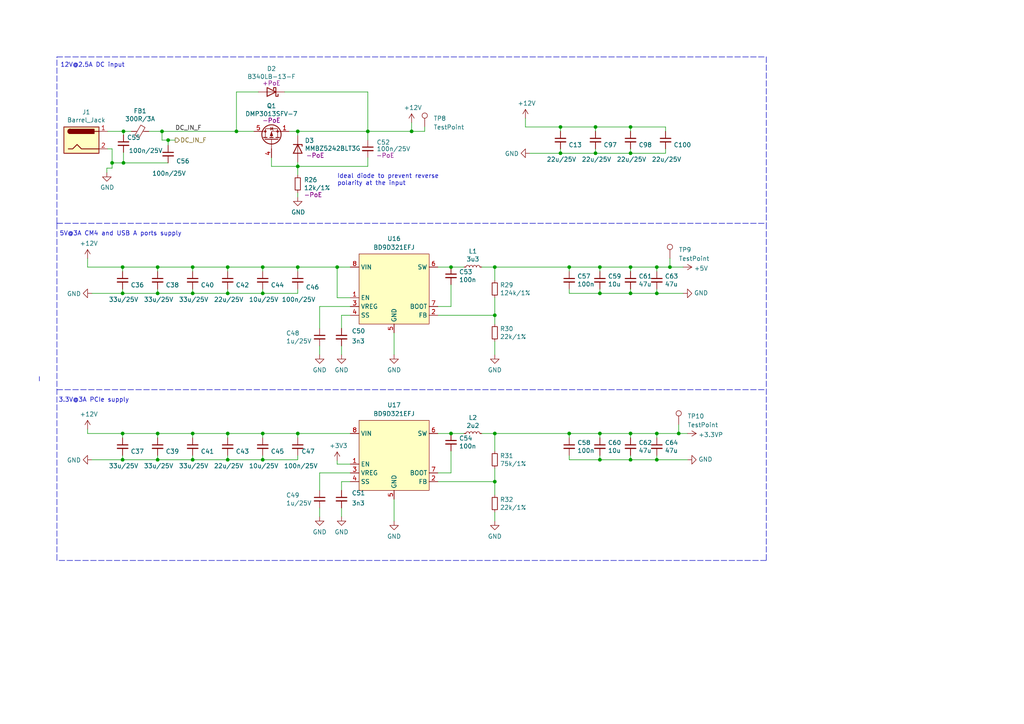
<source format=kicad_sch>
(kicad_sch (version 20211123) (generator eeschema)
  (paper "A4")
  (title_block (title "Power") (date "2022-08-29") (rev "1.3") (company "Nabu Casa") (comment 1 "www.nabucasa.com") (comment 2 "Yellow"))
  (lib_symbols
    (symbol "Connector:Barrel_Jack" (pin_names (offset 1.016))
      (property "Reference" "J" (at 0 5.334 0))
      (property "Value" "Barrel_Jack" (at 0 -5.08 0))
      (symbol "Barrel_Jack_0_1"
        (rectangle (start -5.08 3.81) (end 5.08 -3.81) (stroke (width 0.254)) (fill (type background)))
        (arc (start -3.302 3.175) (mid -3.937 2.54) (end -3.302 1.905) (stroke (width 0.254)))
        (arc (start -3.302 3.175) (mid -3.937 2.54) (end -3.302 1.905) (stroke (width 0.254)) (fill (type outline)))
        (polyline (pts (xy 5.08 2.54) (xy 3.81 2.54)) (stroke (width 0.254)))
        (polyline (pts (xy -3.81 -2.54) (xy -2.54 -2.54) (xy -1.27 -1.27) (xy 0 -2.54) (xy 2.54 -2.54) (xy 5.08 -2.54)) (stroke (width 0.254)))
        (rectangle (start 3.683 3.175) (end -3.302 1.905) (stroke (width 0.254)) (fill (type outline)))
      )
      (symbol "Barrel_Jack_1_1"
        (pin passive line (at 7.62 2.54 180) (length 2.54) (name "~") (number "1"))
        (pin passive line (at 7.62 -2.54 180) (length 2.54) (name "~") (number "2"))
      )
    )
    (symbol "Connector:TestPoint" (pin_numbers hide) (pin_names (offset 0.762) hide)
      (property "Reference" "TP" (at 0 6.858 0))
      (property "Value" "TestPoint" (at 0 5.08 0))
      (symbol "TestPoint_0_1"
        (circle (center 0 3.302) (radius 0.762))
      )
      (symbol "TestPoint_1_1"
        (pin passive line (at 0 0 90) (length 2.54) (name "1") (number "1"))
      )
    )
    (symbol "Device:C_Small" (pin_numbers hide) (pin_names (offset 0.254) hide)
      (property "Reference" "C" (at 0.254 1.778 0))
      (property "Value" "C_Small" (at 0.254 -2.032 0))
      (symbol "C_Small_0_1"
        (polyline (pts (xy -1.524 -0.508) (xy 1.524 -0.508)) (stroke (width 0.3302)))
        (polyline (pts (xy -1.524 0.508) (xy 1.524 0.508)) (stroke (width 0.3048)))
      )
      (symbol "C_Small_1_1"
        (pin passive line (at 0 2.54 270) (length 2.032) (name "~") (number "1"))
        (pin passive line (at 0 -2.54 90) (length 2.032) (name "~") (number "2"))
      )
    )
    (symbol "Device:D_Schottky" (pin_numbers hide) (pin_names (offset 1.016) hide)
      (property "Reference" "D" (at 0 2.54 0))
      (property "Value" "D_Schottky" (at 0 -2.54 0))
      (symbol "D_Schottky_0_1"
        (polyline (pts (xy 1.27 0) (xy -1.27 0)))
        (polyline (pts (xy 1.27 1.27) (xy 1.27 -1.27) (xy -1.27 0) (xy 1.27 1.27)) (stroke (width 0.254)))
        (polyline (pts (xy -1.905 0.635) (xy -1.905 1.27) (xy -1.27 1.27) (xy -1.27 -1.27) (xy -0.635 -1.27) (xy -0.635 -0.635)) (stroke (width 0.254)))
      )
      (symbol "D_Schottky_1_1"
        (pin passive line (at -3.81 0 0) (length 2.54) (name "K") (number "1"))
        (pin passive line (at 3.81 0 180) (length 2.54) (name "A") (number "2"))
      )
    )
    (symbol "Device:Ferrite_Bead_Small" (pin_numbers hide) (pin_names (offset 0))
      (property "Reference" "FB" (at 1.905 1.27 0))
      (property "Value" "Ferrite_Bead_Small" (at 1.905 -1.27 0))
      (symbol "Ferrite_Bead_Small_0_1"
        (polyline (pts (xy 0 -1.27) (xy 0 -0.7874)))
        (polyline (pts (xy 0 0.889) (xy 0 1.2954)))
        (polyline (pts (xy -1.8288 0.2794) (xy -1.1176 1.4986) (xy 1.8288 -0.2032) (xy 1.1176 -1.4224) (xy -1.8288 0.2794)))
      )
      (symbol "Ferrite_Bead_Small_1_1"
        (pin passive line (at 0 2.54 270) (length 1.27) (name "~") (number "1"))
        (pin passive line (at 0 -2.54 90) (length 1.27) (name "~") (number "2"))
      )
    )
    (symbol "Device:L_Small" (pin_numbers hide) (pin_names (offset 0.254) hide)
      (property "Reference" "L" (at 0.762 1.016 0))
      (property "Value" "L_Small" (at 0.762 -1.016 0))
      (symbol "L_Small_0_1"
        (arc (start 0 -2.032) (mid 0.508 -1.524) (end 0 -1.016))
        (arc (start 0 -1.016) (mid 0.508 -0.508) (end 0 0))
        (arc (start 0 0) (mid 0.508 0.508) (end 0 1.016))
        (arc (start 0 1.016) (mid 0.508 1.524) (end 0 2.032))
      )
      (symbol "L_Small_1_1"
        (pin passive line (at 0 2.54 270) (length 0.508) (name "~") (number "1"))
        (pin passive line (at 0 -2.54 90) (length 0.508) (name "~") (number "2"))
      )
    )
    (symbol "Device:R_Small" (pin_numbers hide) (pin_names (offset 0.254) hide)
      (property "Reference" "R" (at 0.762 0.508 0))
      (property "Value" "R_Small" (at 0.762 -1.016 0))
      (symbol "R_Small_0_1"
        (rectangle (start -0.762 1.778) (end 0.762 -1.778) (stroke (width 0.2032)))
      )
      (symbol "R_Small_1_1"
        (pin passive line (at 0 2.54 270) (length 0.762) (name "~") (number "1"))
        (pin passive line (at 0 -2.54 90) (length 0.762) (name "~") (number "2"))
      )
    )
    (symbol "Diode:BZX84Cxx" (pin_numbers hide) (pin_names hide)
      (property "Reference" "D" (at 0 2.54 0))
      (property "Value" "BZX84Cxx" (at 0 -2.54 0))
      (symbol "BZX84Cxx_0_1"
        (polyline (pts (xy 1.27 0) (xy -1.27 0)))
        (polyline (pts (xy -1.27 -1.27) (xy -1.27 1.27) (xy -0.762 1.27)) (stroke (width 0.254)))
        (polyline (pts (xy 1.27 -1.27) (xy 1.27 1.27) (xy -1.27 0) (xy 1.27 -1.27)) (stroke (width 0.254)))
      )
      (symbol "BZX84Cxx_1_1"
        (pin passive line (at -3.81 0 0) (length 2.54) (name "K") (number "1"))
        (pin passive line (at 3.81 0 180) (length 2.54) (name "A") (number "2"))
      )
    )
    (symbol "Transistor_FET:DMP3013SFV" (pin_names hide)
      (property "Reference" "Q" (at 5.08 1.905 0))
      (property "Value" "DMP3013SFV" (at 5.08 0 0))
      (symbol "DMP3013SFV_0_1"
        (polyline (pts (xy 0.254 0) (xy -2.54 0)))
        (polyline (pts (xy 0.254 1.905) (xy 0.254 -1.905)) (stroke (width 0.254)))
        (polyline (pts (xy 0.762 -1.27) (xy 0.762 -2.286)) (stroke (width 0.254)))
        (polyline (pts (xy 0.762 0.508) (xy 0.762 -0.508)) (stroke (width 0.254)))
        (polyline (pts (xy 0.762 2.286) (xy 0.762 1.27)) (stroke (width 0.254)))
        (polyline (pts (xy 2.54 2.54) (xy 2.54 1.778)))
        (polyline (pts (xy 2.54 -2.54) (xy 2.54 0) (xy 0.762 0)))
        (polyline (pts (xy 0.762 1.778) (xy 3.302 1.778) (xy 3.302 -1.778) (xy 0.762 -1.778)))
        (polyline (pts (xy 2.286 0) (xy 1.27 0.381) (xy 1.27 -0.381) (xy 2.286 0)) (fill (type outline)))
        (polyline (pts (xy 2.794 -0.508) (xy 2.921 -0.381) (xy 3.683 -0.381) (xy 3.81 -0.254)))
        (polyline (pts (xy 3.302 -0.381) (xy 2.921 0.254) (xy 3.683 0.254) (xy 3.302 -0.381)))
        (circle (center 1.651 0) (radius 2.794) (stroke (width 0.254)))
        (circle (center 2.54 -1.778) (radius 0.254) (fill (type outline)))
        (circle (center 2.54 1.778) (radius 0.254) (fill (type outline)))
      )
      (symbol "DMP3013SFV_1_1"
        (pin passive line (at 2.54 -5.08 90) (length 2.54) (name "S") (number "1"))
        (pin passive line (at 2.54 -5.08 90) (length 2.54) hide (name "S") (number "2"))
        (pin passive line (at 2.54 -5.08 90) (length 2.54) hide (name "S") (number "3"))
        (pin passive line (at -5.08 0 0) (length 2.54) (name "G") (number "4"))
        (pin passive line (at 2.54 5.08 270) (length 2.54) (name "D") (number "5"))
      )
    )
    (symbol "Yellow:BD9D321EFJ"
      (property "Reference" "U16" (at 0 13.97 0))
      (property "Value" "BD9D321EFJ" (at 0 11.43 0))
      (symbol "BD9D321EFJ_0_1"
        (rectangle (start -10.16 10.16) (end 10.16 -10.16) (stroke (width 0.1524)) (fill (type background)))
      )
      (symbol "BD9D321EFJ_1_1"
        (pin input line (at -12.7 -2.54 0) (length 2.54) (name "EN") (number "1"))
        (pin passive line (at 12.7 -7.62 180) (length 2.54) (name "FB") (number "2"))
        (pin power_out line (at -12.7 -5.08 0) (length 2.54) (name "VREG") (number "3"))
        (pin input line (at -12.7 -7.62 0) (length 2.54) (name "SS") (number "4"))
        (pin power_in line (at 0 -12.7 90) (length 2.54) (name "GND") (number "5"))
        (pin power_out line (at 12.7 6.35 180) (length 2.54) (name "SW") (number "6"))
        (pin input line (at 12.7 -5.08 180) (length 2.54) (name "BOOT") (number "7"))
        (pin power_in line (at -12.7 6.35 0) (length 2.54) (name "VIN") (number "8"))
        (pin passive line (at 0 -12.7 90) (length 2.54) hide (name "GND") (number "9"))
      )
    )
    (symbol "power:+12V" (power) (pin_names (offset 0))
      (property "Value" "+12V" (at 0 3.556 0))
      (symbol "+12V_0_1"
        (polyline (pts (xy -0.762 1.27) (xy 0 2.54)))
        (polyline (pts (xy 0 0) (xy 0 2.54)))
        (polyline (pts (xy 0 2.54) (xy 0.762 1.27)))
      )
      (symbol "+12V_1_1"
        (pin power_in line (at 0 0 90) (length 0) hide (name "+12V") (number "1"))
      )
    )
    (symbol "power:+3.3VP" (power) (pin_names (offset 0))
      (property "Value" "+3.3VP" (at 0 2.54 0))
      (symbol "+3.3VP_0_0"
        (pin power_in line (at 0 0 90) (length 0) hide (name "+3.3VP") (number "1"))
      )
      (symbol "+3.3VP_0_1"
        (polyline (pts (xy -0.762 1.27) (xy 0 2.54)))
        (polyline (pts (xy 0 0) (xy 0 2.54)))
        (polyline (pts (xy 0 2.54) (xy 0.762 1.27)))
      )
    )
    (symbol "power:+3V3" (power) (pin_names (offset 0))
      (property "Value" "+3V3" (at 0 3.556 0))
      (symbol "+3V3_0_1"
        (polyline (pts (xy -0.762 1.27) (xy 0 2.54)))
        (polyline (pts (xy 0 0) (xy 0 2.54)))
        (polyline (pts (xy 0 2.54) (xy 0.762 1.27)))
      )
      (symbol "+3V3_1_1"
        (pin power_in line (at 0 0 90) (length 0) hide (name "+3V3") (number "1"))
      )
    )
    (symbol "power:+5V" (power) (pin_names (offset 0))
      (property "Value" "+5V" (at 0 3.556 0))
      (symbol "+5V_0_1"
        (polyline (pts (xy -0.762 1.27) (xy 0 2.54)))
        (polyline (pts (xy 0 0) (xy 0 2.54)))
        (polyline (pts (xy 0 2.54) (xy 0.762 1.27)))
      )
      (symbol "+5V_1_1"
        (pin power_in line (at 0 0 90) (length 0) hide (name "+5V") (number "1"))
      )
    )
    (symbol "power:GND" (power) (pin_names (offset 0))
      (property "Value" "GND" (at 0 -3.81 0))
      (symbol "GND_0_1"
        (polyline (pts (xy 0 0) (xy 0 -1.27) (xy 1.27 -1.27) (xy 0 -2.54) (xy -1.27 -1.27) (xy 0 -1.27)))
      )
      (symbol "GND_1_1"
        (pin power_in line (at 0 0 270) (length 0) hide (name "GND") (number "1"))
      )
    )
  )
  (junction (at 182.88 125.73) (diameter 0.9144))
  (junction (at 35.56 77.47) (diameter 0.9144))
  (junction (at 130.81 77.47) (diameter 0.9144))
  (junction (at 172.72 36.83) (diameter 0.9144))
  (junction (at 190.5 133.35) (diameter 0.9144))
  (junction (at 172.72 44.45) (diameter 0.9144))
  (junction (at 55.88 125.73) (diameter 0.9144))
  (junction (at 143.51 77.47) (diameter 0.9144))
  (junction (at 173.99 85.09) (diameter 0.9144))
  (junction (at 165.1 77.47) (diameter 0.9144))
  (junction (at 66.04 77.47) (diameter 0.9144))
  (junction (at 97.79 77.47) (diameter 0.9144))
  (junction (at 190.5 85.09) (diameter 0.9144))
  (junction (at 162.56 44.45) (diameter 0.9144))
  (junction (at 55.88 133.35) (diameter 0.9144))
  (junction (at 68.58 38.1) (diameter 0.9144))
  (junction (at 45.72 77.47) (diameter 0.9144))
  (junction (at 173.99 77.47) (diameter 0.9144))
  (junction (at 182.88 133.35) (diameter 0.9144))
  (junction (at 76.2 77.47) (diameter 0.9144))
  (junction (at 143.51 125.73) (diameter 0.9144))
  (junction (at 35.56 85.09) (diameter 0.9144))
  (junction (at 86.36 48.26) (diameter 0.9144))
  (junction (at 35.56 125.73) (diameter 0.9144))
  (junction (at 173.99 125.73) (diameter 0.9144))
  (junction (at 35.814 38.1))
  (junction (at 106.68 38.1) (diameter 0.9144))
  (junction (at 45.72 125.73) (diameter 0.9144))
  (junction (at 48.768 40.64))
  (junction (at 35.814 47.244))
  (junction (at 76.2 125.73) (diameter 0.9144))
  (junction (at 46.99 38.1) (diameter 0.9144))
  (junction (at 182.88 85.09) (diameter 0.9144))
  (junction (at 143.51 91.44) (diameter 0.9144))
  (junction (at 55.88 77.47) (diameter 0.9144))
  (junction (at 182.88 44.45) (diameter 0.9144))
  (junction (at 173.99 133.35) (diameter 0.9144))
  (junction (at 66.04 85.09) (diameter 0.9144))
  (junction (at 45.72 85.09) (diameter 0.9144))
  (junction (at 143.51 139.7) (diameter 0.9144))
  (junction (at 86.36 77.47) (diameter 0.9144))
  (junction (at 32.512 47.244))
  (junction (at 194.31 77.47) (diameter 0.9144))
  (junction (at 182.88 77.47) (diameter 0.9144))
  (junction (at 76.2 85.09) (diameter 0.9144))
  (junction (at 55.88 85.09) (diameter 0.9144))
  (junction (at 86.36 38.1) (diameter 0.9144))
  (junction (at 86.36 125.73) (diameter 0.9144))
  (junction (at 66.04 125.73) (diameter 0.9144))
  (junction (at 162.56 36.83) (diameter 0.9144))
  (junction (at 35.56 133.35) (diameter 0.9144))
  (junction (at 45.72 133.35) (diameter 0.9144))
  (junction (at 190.5 125.73) (diameter 0.9144))
  (junction (at 165.1 125.73) (diameter 0.9144))
  (junction (at 76.2 133.35) (diameter 0.9144))
  (junction (at 66.04 133.35) (diameter 0.9144))
  (junction (at 182.88 36.83) (diameter 0.9144))
  (junction (at 119.38 38.1) (diameter 0.9144))
  (junction (at 196.85 125.73) (diameter 0.9144))
  (junction (at 190.5 77.47) (diameter 0.9144))
  (junction (at 130.81 125.73) (diameter 0.9144))
  (wire (pts (xy 106.68 38.1) (xy 106.68 40.64)))
  (wire (pts (xy 182.88 132.08) (xy 182.88 133.35)))
  (wire (pts (xy 182.88 43.18) (xy 182.88 44.45)))
  (wire (pts (xy 45.72 125.73) (xy 45.72 127)))
  (polyline (pts (xy 16.51 113.03) (xy 222.25 113.03)) (stroke (width 0) (type dash)))
  (wire (pts (xy 127 88.9) (xy 130.81 88.9)))
  (wire (pts (xy 66.04 77.47) (xy 66.04 78.74)))
  (wire (pts (xy 35.56 125.73) (xy 45.72 125.73)))
  (wire (pts (xy 119.38 35.56) (xy 119.38 38.1)))
  (wire (pts (xy 119.38 38.1) (xy 106.68 38.1)))
  (wire (pts (xy 55.88 77.47) (xy 66.04 77.47)))
  (wire (pts (xy 82.55 26.67) (xy 106.68 26.67)))
  (wire (pts (xy 143.51 77.47) (xy 143.51 81.28)))
  (wire (pts (xy 83.82 38.1) (xy 86.36 38.1)))
  (wire (pts (xy 162.56 36.83) (xy 172.72 36.83)))
  (wire (pts (xy 173.99 125.73) (xy 182.88 125.73)))
  (wire (pts (xy 165.1 125.73) (xy 173.99 125.73)))
  (wire (pts (xy 143.51 125.73) (xy 165.1 125.73)))
  (wire (pts (xy 55.88 83.82) (xy 55.88 85.09)))
  (wire (pts (xy 190.5 132.08) (xy 190.5 133.35)))
  (wire (pts (xy 106.68 45.72) (xy 106.68 48.26)))
  (wire (pts (xy 86.36 77.47) (xy 86.36 78.74)))
  (wire (pts (xy 165.1 77.47) (xy 165.1 78.74)))
  (wire (pts (xy 152.4 36.83) (xy 162.56 36.83)))
  (wire (pts (xy 35.814 44.196) (xy 35.814 47.244)))
  (wire (pts (xy 35.814 47.244) (xy 48.768 47.244)))
  (wire (pts (xy 114.3 96.52) (xy 114.3 102.87)))
  (wire (pts (xy 190.5 85.09) (xy 198.12 85.09)))
  (wire (pts (xy 86.36 132.08) (xy 86.36 133.35)))
  (wire (pts (xy 130.81 77.47) (xy 134.62 77.47)))
  (wire (pts (xy 127 77.47) (xy 130.81 77.47)))
  (wire (pts (xy 86.36 46.99) (xy 86.36 48.26)))
  (wire (pts (xy 190.5 77.47) (xy 194.31 77.47)))
  (wire (pts (xy 194.31 77.47) (xy 198.12 77.47)))
  (wire (pts (xy 182.88 36.83) (xy 182.88 38.1)))
  (wire (pts (xy 190.5 125.73) (xy 196.85 125.73)))
  (wire (pts (xy 196.85 125.73) (xy 199.39 125.73)))
  (wire (pts (xy 86.36 38.1) (xy 106.68 38.1)))
  (wire (pts (xy 153.67 44.45) (xy 162.56 44.45)))
  (wire (pts (xy 86.36 125.73) (xy 86.36 127)))
  (wire (pts (xy 190.5 133.35) (xy 199.39 133.35)))
  (wire (pts (xy 35.56 132.08) (xy 35.56 133.35)))
  (wire (pts (xy 190.5 125.73) (xy 190.5 127)))
  (wire (pts (xy 182.88 36.83) (xy 193.04 36.83)))
  (wire (pts (xy 190.5 77.47) (xy 190.5 78.74)))
  (wire (pts (xy 66.04 132.08) (xy 66.04 133.35)))
  (wire (pts (xy 45.72 83.82) (xy 45.72 85.09)))
  (wire (pts (xy 35.56 77.47) (xy 35.56 78.74)))
  (wire (pts (xy 173.99 133.35) (xy 182.88 133.35)))
  (wire (pts (xy 35.56 125.73) (xy 35.56 127)))
  (wire (pts (xy 165.1 85.09) (xy 173.99 85.09)))
  (wire (pts (xy 32.512 47.244) (xy 35.814 47.244)))
  (wire (pts (xy 99.06 147.32) (xy 99.06 149.86)))
  (wire (pts (xy 123.19 36.83) (xy 123.19 38.1)))
  (wire (pts (xy 123.19 38.1) (xy 119.38 38.1)))
  (wire (pts (xy 196.85 123.19) (xy 196.85 125.73)))
  (wire (pts (xy 86.36 38.1) (xy 86.36 39.37)))
  (wire (pts (xy 68.58 26.67) (xy 74.93 26.67)))
  (wire (pts (xy 68.58 38.1) (xy 68.58 26.67)))
  (wire (pts (xy 78.74 48.26) (xy 86.36 48.26)))
  (wire (pts (xy 78.74 45.72) (xy 78.74 48.26)))
  (wire (pts (xy 143.51 77.47) (xy 165.1 77.47)))
  (wire (pts (xy 45.72 77.47) (xy 45.72 78.74)))
  (wire (pts (xy 97.79 86.36) (xy 101.6 86.36)))
  (wire (pts (xy 97.79 86.36) (xy 97.79 77.47)))
  (wire (pts (xy 92.71 100.33) (xy 92.71 102.87)))
  (wire (pts (xy 76.2 85.09) (xy 86.36 85.09)))
  (wire (pts (xy 66.04 85.09) (xy 76.2 85.09)))
  (wire (pts (xy 152.4 34.29) (xy 152.4 36.83)))
  (wire (pts (xy 114.3 144.78) (xy 114.3 151.13)))
  (wire (pts (xy 162.56 43.18) (xy 162.56 44.45)))
  (wire (pts (xy 99.06 91.44) (xy 99.06 95.25)))
  (wire (pts (xy 35.814 38.1) (xy 35.814 39.116)))
  (wire (pts (xy 66.04 125.73) (xy 66.04 127)))
  (wire (pts (xy 55.88 85.09) (xy 66.04 85.09)))
  (wire (pts (xy 66.04 85.09) (xy 66.04 83.82)))
  (wire (pts (xy 165.1 77.47) (xy 173.99 77.47)))
  (wire (pts (xy 173.99 77.47) (xy 182.88 77.47)))
  (wire (pts (xy 76.2 125.73) (xy 76.2 127)))
  (wire (pts (xy 173.99 125.73) (xy 173.99 127)))
  (wire (pts (xy 130.81 125.73) (xy 134.62 125.73)))
  (wire (pts (xy 139.7 125.73) (xy 143.51 125.73)))
  (wire (pts (xy 127 125.73) (xy 130.81 125.73)))
  (wire (pts (xy 173.99 77.47) (xy 173.99 78.74)))
  (wire (pts (xy 86.36 55.88) (xy 86.36 57.15)))
  (wire (pts (xy 55.88 132.08) (xy 55.88 133.35)))
  (wire (pts (xy 172.72 44.45) (xy 182.88 44.45)))
  (polyline (pts (xy 16.51 64.77) (xy 222.25 64.77)) (stroke (width 0) (type dash)))
  (wire (pts (xy 172.72 36.83) (xy 172.72 38.1)))
  (wire (pts (xy 173.99 132.08) (xy 173.99 133.35)))
  (wire (pts (xy 32.512 43.18) (xy 32.512 47.244)))
  (wire (pts (xy 127 137.16) (xy 130.81 137.16)))
  (wire (pts (xy 35.56 83.82) (xy 35.56 85.09)))
  (wire (pts (xy 48.768 40.64) (xy 48.768 42.164)))
  (wire (pts (xy 86.36 125.73) (xy 101.6 125.73)))
  (polyline (pts (xy 16.51 64.77) (xy 16.51 162.56)) (stroke (width 0) (type dash)))
  (wire (pts (xy 182.88 77.47) (xy 182.88 78.74)))
  (wire (pts (xy 162.56 44.45) (xy 172.72 44.45)))
  (wire (pts (xy 31.242 38.1) (xy 35.814 38.1)))
  (wire (pts (xy 92.71 88.9) (xy 92.71 95.25)))
  (wire (pts (xy 35.814 38.1) (xy 38.1 38.1)))
  (wire (pts (xy 32.512 48.768) (xy 30.988 48.768)))
  (wire (pts (xy 45.72 77.47) (xy 55.88 77.47)))
  (wire (pts (xy 32.512 47.244) (xy 32.512 48.768)))
  (wire (pts (xy 45.72 133.35) (xy 55.88 133.35)))
  (wire (pts (xy 92.71 147.32) (xy 92.71 149.86)))
  (wire (pts (xy 55.88 77.47) (xy 55.88 78.74)))
  (wire (pts (xy 92.71 137.16) (xy 101.6 137.16)))
  (wire (pts (xy 165.1 83.82) (xy 165.1 85.09)))
  (wire (pts (xy 25.4 77.47) (xy 35.56 77.47)))
  (wire (pts (xy 99.06 100.33) (xy 99.06 102.87)))
  (wire (pts (xy 165.1 132.08) (xy 165.1 133.35)))
  (wire (pts (xy 25.4 124.46) (xy 25.4 125.73)))
  (wire (pts (xy 182.88 77.47) (xy 190.5 77.47)))
  (wire (pts (xy 76.2 83.82) (xy 76.2 85.09)))
  (wire (pts (xy 143.51 125.73) (xy 143.51 130.81)))
  (wire (pts (xy 172.72 36.83) (xy 182.88 36.83)))
  (wire (pts (xy 76.2 77.47) (xy 86.36 77.47)))
  (wire (pts (xy 66.04 77.47) (xy 76.2 77.47)))
  (wire (pts (xy 66.04 133.35) (xy 76.2 133.35)))
  (wire (pts (xy 55.88 133.35) (xy 66.04 133.35)))
  (wire (pts (xy 182.88 125.73) (xy 182.88 127)))
  (wire (pts (xy 76.2 132.08) (xy 76.2 133.35)))
  (wire (pts (xy 143.51 86.36) (xy 143.51 91.44)))
  (wire (pts (xy 173.99 83.82) (xy 173.99 85.09)))
  (wire (pts (xy 143.51 91.44) (xy 143.51 93.98)))
  (wire (pts (xy 99.06 139.7) (xy 101.6 139.7)))
  (wire (pts (xy 76.2 133.35) (xy 86.36 133.35)))
  (wire (pts (xy 86.36 85.09) (xy 86.36 83.82)))
  (wire (pts (xy 46.99 40.64) (xy 46.99 38.1)))
  (wire (pts (xy 50.8 40.64) (xy 48.768 40.64)))
  (wire (pts (xy 99.06 91.44) (xy 101.6 91.44)))
  (wire (pts (xy 35.56 133.35) (xy 45.72 133.35)))
  (wire (pts (xy 173.99 85.09) (xy 182.88 85.09)))
  (wire (pts (xy 92.71 137.16) (xy 92.71 142.24)))
  (wire (pts (xy 92.71 88.9) (xy 101.6 88.9)))
  (wire (pts (xy 182.88 125.73) (xy 190.5 125.73)))
  (wire (pts (xy 127 139.7) (xy 143.51 139.7)))
  (wire (pts (xy 48.768 40.64) (xy 46.99 40.64)))
  (wire (pts (xy 45.72 125.73) (xy 55.88 125.73)))
  (wire (pts (xy 99.06 139.7) (xy 99.06 142.24)))
  (wire (pts (xy 97.79 134.62) (xy 101.6 134.62)))
  (wire (pts (xy 172.72 43.18) (xy 172.72 44.45)))
  (polyline (pts (xy 16.51 64.77) (xy 16.51 16.51)) (stroke (width 0) (type dash)))
  (polyline (pts (xy 16.51 16.51) (xy 222.25 16.51)) (stroke (width 0) (type dash)))
  (polyline (pts (xy 222.25 16.51) (xy 222.25 64.77)) (stroke (width 0) (type dash)))
  (wire (pts (xy 190.5 83.82) (xy 190.5 85.09)))
  (wire (pts (xy 45.72 132.08) (xy 45.72 133.35)))
  (wire (pts (xy 143.51 135.89) (xy 143.51 139.7)))
  (wire (pts (xy 143.51 139.7) (xy 143.51 143.51)))
  (wire (pts (xy 66.04 125.73) (xy 76.2 125.73)))
  (wire (pts (xy 55.88 125.73) (xy 66.04 125.73)))
  (wire (pts (xy 35.56 85.09) (xy 45.72 85.09)))
  (wire (pts (xy 45.72 85.09) (xy 55.88 85.09)))
  (wire (pts (xy 26.67 85.09) (xy 35.56 85.09)))
  (wire (pts (xy 35.56 77.47) (xy 45.72 77.47)))
  (wire (pts (xy 130.81 130.81) (xy 130.81 137.16)))
  (wire (pts (xy 182.88 44.45) (xy 193.04 44.45)))
  (wire (pts (xy 76.2 125.73) (xy 86.36 125.73)))
  (wire (pts (xy 162.56 36.83) (xy 162.56 38.1)))
  (wire (pts (xy 31.242 43.18) (xy 32.512 43.18)))
  (wire (pts (xy 30.988 48.768) (xy 30.988 50.038)))
  (wire (pts (xy 127 91.44) (xy 143.51 91.44)))
  (wire (pts (xy 143.51 148.59) (xy 143.51 151.13)))
  (wire (pts (xy 25.4 125.73) (xy 35.56 125.73)))
  (wire (pts (xy 193.04 44.45) (xy 193.04 43.18)))
  (wire (pts (xy 194.31 74.93) (xy 194.31 77.47)))
  (wire (pts (xy 165.1 125.73) (xy 165.1 127)))
  (wire (pts (xy 182.88 85.09) (xy 190.5 85.09)))
  (wire (pts (xy 182.88 133.35) (xy 190.5 133.35)))
  (wire (pts (xy 55.88 125.73) (xy 55.88 127)))
  (polyline (pts (xy 222.25 64.77) (xy 222.25 162.56)) (stroke (width 0) (type dash)))
  (wire (pts (xy 97.79 133.604) (xy 97.79 134.62)))
  (wire (pts (xy 26.67 133.35) (xy 35.56 133.35)))
  (polyline (pts (xy 222.25 162.56) (xy 16.51 162.56)) (stroke (width 0) (type dash)))
  (wire (pts (xy 86.36 48.26) (xy 86.36 50.8)))
  (wire (pts (xy 68.58 38.1) (xy 73.66 38.1)))
  (wire (pts (xy 46.99 38.1) (xy 68.58 38.1)))
  (wire (pts (xy 43.18 38.1) (xy 46.99 38.1)))
  (polyline (pts (xy 11.43 109.22) (xy 11.43 110.49)) (stroke (width 0) (type dash)))
  (wire (pts (xy 97.79 77.47) (xy 101.6 77.47)))
  (wire (pts (xy 86.36 77.47) (xy 97.79 77.47)))
  (wire (pts (xy 165.1 133.35) (xy 173.99 133.35)))
  (wire (pts (xy 143.51 99.06) (xy 143.51 102.87)))
  (wire (pts (xy 193.04 36.83) (xy 193.04 38.1)))
  (wire (pts (xy 25.4 74.93) (xy 25.4 77.47)))
  (wire (pts (xy 86.36 48.26) (xy 106.68 48.26)))
  (wire (pts (xy 106.68 26.67) (xy 106.68 38.1)))
  (wire (pts (xy 182.88 83.82) (xy 182.88 85.09)))
  (wire (pts (xy 76.2 77.47) (xy 76.2 78.74)))
  (wire (pts (xy 139.7 77.47) (xy 143.51 77.47)))
  (wire (pts (xy 130.81 82.55) (xy 130.81 88.9)))
  (text "3.3V@3A PCIe supply" (at 37.465 116.84 180) (effects (font (size 1.27 1.27)) (justify right bottom)))
  (text "Ideal diode to prevent reverse\npolarity at the input" (at 97.79 53.975 0) (effects (font (size 1.27 1.27)) (justify left bottom)))
  (text "5V@3A CM4 and USB A ports supply" (at 52.705 68.58 180) (effects (font (size 1.27 1.27)) (justify right bottom)))
  (text "12V@2.5A DC input" (at 36.195 19.685 180) (effects (font (size 1.27 1.27)) (justify right bottom)))
  (label "DC_IN_F" (at 50.8 38.1 0))
  (hierarchical_label "DC_IN_F" (shape output) (at 50.8 40.64 0))
  (symbol (lib_id "Device:R_Small") (at 143.51 83.82 180) (unit 1)
    (property "Reference" "R29" (at 145.0087 82.6706 0) (effects (justify right)))
    (property "Value" "124k/1%" (at 145.009 84.969 0) (effects (justify right)))
    (property "Footprint" "Resistor_SMD:R_0402_1005Metric" (effects hide))
  )
  (symbol (lib_id "power:+5V") (at 198.12 77.47 270) (unit 1)
    (property "Reference" "#PWR0110" (effects hide))
    (property "Value" "+5V" (at 201.2951 77.8383 90) (effects (justify left)))
  )
  (symbol (lib_id "Device:C_Small") (at 165.1 129.54 0) (unit 1)
    (property "Reference" "C58" (at 167.4242 128.3906 0) (effects (justify left)))
    (property "Value" "100n" (at 167.424 130.689 0) (effects (justify left)))
    (property "Footprint" "Capacitor_SMD:C_0402_1005Metric" (effects hide))
  )
  (symbol (lib_id "Device:C_Small") (at 190.5 129.54 0) (unit 1)
    (property "Reference" "C64" (at 192.8242 128.3906 0) (effects (justify left)))
    (property "Value" "47u" (at 192.824 130.689 0) (effects (justify left)))
    (property "Footprint" "Capacitor_SMD:C_0805_2012Metric" (effects hide))
  )
  (symbol (lib_id "Device:C_Small") (at 182.88 81.28 0) (unit 1)
    (property "Reference" "C61" (at 185.2042 80.1306 0) (effects (justify left)))
    (property "Value" "47u" (at 185.204 82.429 0) (effects (justify left)))
    (property "Footprint" "Capacitor_SMD:C_0805_2012Metric" (effects hide))
  )
  (symbol (lib_id "Yellow:BD9D321EFJ") (at 114.3 83.82 0) (unit 1)
    (property "Reference" "U16" (at 114.3 69.215 0))
    (property "Value" "BD9D321EFJ" (at 114.3 71.755 0))
    (property "Footprint" "Yellow:HTSOP-8-1EP_3.9x4.9mm_P1.27mm_EP2.4x3.2mm_9ThermalVias" (effects hide))
    (property "Datasheet" "https://fscdn.rohm.com/en/products/databook/datasheet/ic/power/switching_regulator/bd9d321efj-e.pdf" (effects hide))
    (property "Manufacturer" "Rohm" (effects hide))
    (property "PartNumber" "BD9D321EFJ" (effects hide))
  )
  (symbol (lib_id "power:+3.3VP") (at 199.39 125.73 270) (unit 1)
    (property "Reference" "#PWR0112" (effects hide))
    (property "Value" "+3.3VP" (at 202.5651 126.0983 90) (effects (justify left)))
  )
  (symbol (lib_id "Device:C_Small") (at 106.68 43.18 0) (unit 1)
    (property "Reference" "C52" (at 109.22 41.275 0) (effects (justify left)))
    (property "Value" "100n/25V" (at 109.22 43.18 0) (effects (justify left)))
    (property "Footprint" "Capacitor_SMD:C_0402_1005Metric" (effects hide))
    (property "Config" "-PoE" (at 111.76 45.085 0))
  )
  (symbol (lib_id "Device:C_Small") (at 193.04 40.64 0) (unit 1)
    (property "Reference" "C100" (at 195.3642 42.0306 0) (effects (justify left)))
    (property "Value" "22u/25V" (at 189.014 46.234 0) (effects (justify left)))
    (property "Footprint" "Capacitor_SMD:C_0805_2012Metric" (effects hide))
  )
  (symbol (lib_id "Device:R_Small") (at 143.51 133.35 180) (unit 1)
    (property "Reference" "R31" (at 145.0087 132.2006 0) (effects (justify right)))
    (property "Value" "75k/1%" (at 145.009 134.499 0) (effects (justify right)))
    (property "Footprint" "Resistor_SMD:R_0402_1005Metric" (effects hide))
  )
  (symbol (lib_id "Device:C_Small") (at 66.04 129.54 0) (unit 1)
    (property "Reference" "C43" (at 68.3642 130.9306 0) (effects (justify left)))
    (property "Value" "22u/25V" (at 62.014 135.134 0) (effects (justify left)))
    (property "Footprint" "Capacitor_SMD:C_0805_2012Metric" (effects hide))
  )
  (symbol (lib_id "Device:C_Small") (at 173.99 129.54 0) (unit 1)
    (property "Reference" "C60" (at 176.3142 128.3906 0) (effects (justify left)))
    (property "Value" "10u" (at 176.314 130.689 0) (effects (justify left)))
    (property "Footprint" "Capacitor_SMD:C_0805_2012Metric" (effects hide))
  )
  (symbol (lib_id "power:GND") (at 114.3 151.13 0) (unit 1)
    (property "Reference" "#PWR0106" (effects hide))
    (property "Value" "GND" (at 114.3 155.575 0))
  )
  (symbol (lib_id "power:GND") (at 114.3 102.87 0) (unit 1)
    (property "Reference" "#PWR0105" (effects hide))
    (property "Value" "GND" (at 114.3 107.315 0))
  )
  (symbol (lib_id "Device:C_Small") (at 173.99 81.28 0) (unit 1)
    (property "Reference" "C59" (at 176.3142 80.1306 0) (effects (justify left)))
    (property "Value" "10u" (at 176.314 82.429 0) (effects (justify left)))
    (property "Footprint" "Capacitor_SMD:C_0805_2012Metric" (effects hide))
  )
  (symbol (lib_id "power:+12V") (at 25.4 74.93 0) (unit 1)
    (property "Reference" "#PWR095" (effects hide))
    (property "Value" "+12V" (at 25.7683 70.6056 0))
  )
  (symbol (lib_id "power:+12V") (at 25.4 124.46 0) (unit 1)
    (property "Reference" "#PWR096" (effects hide))
    (property "Value" "+12V" (at 25.7683 120.1356 0))
  )
  (symbol (lib_id "Device:C_Small") (at 55.88 81.28 0) (unit 1)
    (property "Reference" "C40" (at 58.2042 82.6706 0) (effects (justify left)))
    (property "Value" "33u/25V" (at 51.854 86.874 0) (effects (justify left)))
    (property "Footprint" "Capacitor_SMD:C_1206_3216Metric" (effects hide))
  )
  (symbol (lib_id "power:+12V") (at 119.38 35.56 0) (unit 1)
    (property "Reference" "#PWR0107" (effects hide))
    (property "Value" "+12V" (at 119.7483 31.2356 0))
  )
  (symbol (lib_id "Device:L_Small") (at 137.16 77.47 90) (unit 1)
    (property "Reference" "L1" (at 137.16 72.8788 90))
    (property "Value" "3u3" (at 137.16 75.178 90))
    (property "Footprint" "Inductor_SMD:L_Taiyo-Yuden_NR-80xx" (effects hide))
    (property "Manufacturer" "Taiyo Yuden" (effects hide))
    (property "PartNumber" "NRS8030T3R3MJGJ" (effects hide))
  )
  (symbol (lib_id "power:GND") (at 143.51 102.87 0) (unit 1)
    (property "Reference" "#PWR0108" (effects hide))
    (property "Value" "GND" (at 143.51 107.315 0))
  )
  (symbol (lib_id "power:GND") (at 153.67 44.45 270) (unit 1)
    (property "Reference" "#PWR035" (effects hide))
    (property "Value" "GND" (at 150.495 44.5643 90) (effects (justify right)))
  )
  (symbol (lib_id "power:GND") (at 86.36 57.15 0) (unit 1)
    (property "Reference" "#PWR0100" (effects hide))
    (property "Value" "GND" (at 86.487 61.5442 0))
  )
  (symbol (lib_id "Connector:TestPoint") (at 196.85 123.19 0) (unit 1) (in_bom no)
    (property "Reference" "TP10" (at 199.39 120.7134 0) (effects (justify left)))
    (property "Value" "TestPoint" (at 199.39 123.2534 0) (effects (justify left)))
    (property "Footprint" "TestPoint:TestPoint_Pad_D1.0mm" (effects hide))
  )
  (symbol (lib_id "Device:C_Small") (at 86.36 81.28 0) (unit 1)
    (property "Reference" "C46" (at 88.6842 83.3056 0) (effects (justify left)))
    (property "Value" "100n/25V" (at 81.699 86.874 0) (effects (justify left)))
    (property "Footprint" "Capacitor_SMD:C_0402_1005Metric" (effects hide))
  )
  (symbol (lib_id "Device:Ferrite_Bead_Small") (at 40.64 38.1 90) (unit 1)
    (property "Reference" "FB1" (at 40.64 32.188 90))
    (property "Value" "300R/3A" (at 40.64 34.4867 90))
    (property "Footprint" "Resistor_SMD:R_0805_2012Metric" (effects hide))
    (property "Manufacturer" "Würth Elektronik" (effects hide))
    (property "PartNumber" "742792031" (effects hide))
  )
  (symbol (lib_id "Device:C_Small") (at 172.72 40.64 0) (unit 1)
    (property "Reference" "C97" (at 175.0442 42.0306 0) (effects (justify left)))
    (property "Value" "22u/25V" (at 168.694 46.234 0) (effects (justify left)))
    (property "Footprint" "Capacitor_SMD:C_0805_2012Metric" (effects hide))
  )
  (symbol (lib_id "power:GND") (at 26.67 133.35 270) (unit 1)
    (property "Reference" "#PWR098" (effects hide))
    (property "Value" "GND" (at 23.495 133.4643 90) (effects (justify right)))
  )
  (symbol (lib_id "Device:C_Small") (at 182.88 129.54 0) (unit 1)
    (property "Reference" "C62" (at 185.2042 128.3906 0) (effects (justify left)))
    (property "Value" "47u" (at 185.204 130.689 0) (effects (justify left)))
    (property "Footprint" "Capacitor_SMD:C_0805_2012Metric" (effects hide))
  )
  (symbol (lib_id "Yellow:BD9D321EFJ") (at 114.3 132.08 0) (unit 1)
    (property "Reference" "U17" (at 114.3 117.475 0))
    (property "Value" "BD9D321EFJ" (at 114.3 120.015 0))
    (property "Footprint" "Yellow:HTSOP-8-1EP_3.9x4.9mm_P1.27mm_EP2.4x3.2mm_9ThermalVias" (effects hide))
    (property "Datasheet" "https://fscdn.rohm.com/en/products/databook/datasheet/ic/power/switching_regulator/bd9d321efj-e.pdf" (effects hide))
    (property "Manufacturer" "Rohm" (effects hide))
    (property "PartNumber" "BD9D321EFJ" (effects hide))
  )
  (symbol (lib_id "Device:D_Schottky") (at 78.74 26.67 180) (unit 1)
    (property "Reference" "D2" (at 78.74 19.92 0))
    (property "Value" "B340LB-13-F" (at 78.74 22.2185 0))
    (property "Footprint" "Diode_SMD:D_SMB" (effects hide))
    (property "Datasheet" "https://www.diodes.com/assets/Datasheets/ds30240.pdf" (effects hide))
    (property "Manufacturer" "Diodes Incorporated" (effects hide))
    (property "PartNumber" "B340LB-13-F" (effects hide))
    (property "Config" "+PoE" (at 78.74 24.13 0))
  )
  (symbol (lib_id "Device:C_Small") (at 92.71 97.79 0) (unit 1)
    (property "Reference" "C48" (at 82.9692 96.6406 0) (effects (justify left)))
    (property "Value" "1u/25V" (at 82.969 98.939 0) (effects (justify left)))
    (property "Footprint" "Capacitor_SMD:C_0402_1005Metric" (effects hide))
  )
  (symbol (lib_id "Device:C_Small") (at 35.814 41.656 0) (unit 1)
    (property "Reference" "C55" (at 36.83 39.878 0) (effects (justify left)))
    (property "Value" "100n/25V" (at 37.338 43.688 0) (effects (justify left)))
    (property "Footprint" "Capacitor_SMD:C_0402_1005Metric" (effects hide))
  )
  (symbol (lib_id "Diode:BZX84Cxx") (at 86.36 43.18 270) (unit 1)
    (property "Reference" "D3" (at 88.392 40.767 90) (effects (justify left)))
    (property "Value" "MMBZ5242BLT3G" (at 88.392 43.053 90) (effects (justify left)))
    (property "Footprint" "Diode_SMD:D_SOT-23_ANK" (effects hide))
    (property "Datasheet" "https://diotec.com/tl_files/diotec/files/pdf/datasheets/bzx84c2v4.pdf" (effects hide))
    (property "Manufacturer" "ON Semiconductor" (effects hide))
    (property "PartNumber" "MMBZ5242BLT3G" (effects hide))
    (property "Config" "-PoE" (at 91.44 45.085 90))
  )
  (symbol (lib_id "Connector:TestPoint") (at 123.19 36.83 0) (unit 1) (in_bom no)
    (property "Reference" "TP8" (at 125.73 34.3534 0) (effects (justify left)))
    (property "Value" "TestPoint" (at 125.73 36.8934 0) (effects (justify left)))
    (property "Footprint" "TestPoint:TestPoint_Pad_D1.0mm" (effects hide))
  )
  (symbol (lib_id "power:GND") (at 26.67 85.09 270) (unit 1)
    (property "Reference" "#PWR097" (effects hide))
    (property "Value" "GND" (at 23.495 85.2043 90) (effects (justify right)))
  )
  (symbol (lib_id "power:GND") (at 30.988 50.038 0) (unit 1)
    (property "Reference" "#PWR099" (effects hide))
    (property "Value" "GND" (at 31.1023 54.3624 0))
  )
  (symbol (lib_id "Device:L_Small") (at 137.16 125.73 90) (unit 1)
    (property "Reference" "L2" (at 137.16 121.1388 90))
    (property "Value" "2u2" (at 137.16 123.438 90))
    (property "Footprint" "Inductor_SMD:L_Taiyo-Yuden_NR-50xx" (effects hide))
    (property "Manufacturer" "Taiyo Yuden" (effects hide))
    (property "PartNumber" "NRS5040T2R2NMGJ" (effects hide))
  )
  (symbol (lib_id "power:GND") (at 143.51 151.13 0) (unit 1)
    (property "Reference" "#PWR0109" (effects hide))
    (property "Value" "GND" (at 143.51 155.575 0))
  )
  (symbol (lib_id "Connector:TestPoint") (at 194.31 74.93 0) (unit 1) (in_bom no)
    (property "Reference" "TP9" (at 196.85 72.4534 0) (effects (justify left)))
    (property "Value" "TestPoint" (at 196.85 74.9934 0) (effects (justify left)))
    (property "Footprint" "TestPoint:TestPoint_Pad_D1.0mm" (effects hide))
  )
  (symbol (lib_id "Device:R_Small") (at 143.51 96.52 180) (unit 1)
    (property "Reference" "R30" (at 145.0087 95.3706 0) (effects (justify right)))
    (property "Value" "22k/1%" (at 145.009 97.669 0) (effects (justify right)))
    (property "Footprint" "Resistor_SMD:R_0402_1005Metric" (effects hide))
  )
  (symbol (lib_id "power:+12V") (at 152.4 34.29 0) (unit 1)
    (property "Reference" "#PWR032" (effects hide))
    (property "Value" "+12V" (at 152.7683 29.9656 0))
  )
  (symbol (lib_id "Device:C_Small") (at 45.72 129.54 0) (unit 1)
    (property "Reference" "C39" (at 48.0442 130.9306 0) (effects (justify left)))
    (property "Value" "33u/25V" (at 41.694 135.134 0) (effects (justify left)))
    (property "Footprint" "Capacitor_SMD:C_1206_3216Metric" (effects hide))
  )
  (symbol (lib_id "power:GND") (at 99.06 102.87 0) (unit 1)
    (property "Reference" "#PWR0103" (effects hide))
    (property "Value" "GND" (at 99.06 107.315 0))
  )
  (symbol (lib_id "Device:R_Small") (at 86.36 53.34 0) (unit 1)
    (property "Reference" "R26" (at 88.138 52.1716 0) (effects (justify left)))
    (property "Value" "12k/1%" (at 88.138 54.483 0) (effects (justify left)))
    (property "Footprint" "Resistor_SMD:R_0402_1005Metric" (effects hide))
    (property "Config" "-PoE" (at 90.805 56.515 0))
  )
  (symbol (lib_id "Device:C_Small") (at 130.81 128.27 0) (unit 1)
    (property "Reference" "C54" (at 133.1342 127.1206 0) (effects (justify left)))
    (property "Value" "100n" (at 133.134 129.419 0) (effects (justify left)))
    (property "Footprint" "Capacitor_SMD:C_0402_1005Metric" (effects hide))
  )
  (symbol (lib_id "power:+3V3") (at 97.79 133.604 0) (unit 1)
    (property "Reference" "#PWR0195" (effects hide))
    (property "Value" "+3V3" (at 98.1583 129.2796 0))
  )
  (symbol (lib_id "Device:C_Small") (at 165.1 81.28 0) (unit 1)
    (property "Reference" "C57" (at 167.4242 80.1306 0) (effects (justify left)))
    (property "Value" "100n" (at 167.424 82.429 0) (effects (justify left)))
    (property "Footprint" "Capacitor_SMD:C_0402_1005Metric" (effects hide))
  )
  (symbol (lib_id "Transistor_FET:DMP3013SFV") (at 78.74 40.64 90) (unit 1)
    (property "Reference" "Q1" (at 78.74 30.7086 90))
    (property "Value" "DMP3013SFV-7" (at 78.74 33.02 90))
    (property "Footprint" "Package_SON:Diodes_PowerDI3333-8" (effects hide))
    (property "Datasheet" "https://www.diodes.com/assets/Datasheets/DMP3013SFV.pdf" (effects hide))
    (property "Manufacturer" "Diodes Incorporated" (effects hide))
    (property "PartNumber" "DMP3013SFV-7" (effects hide))
    (property "Config" "-PoE" (at 78.74 34.925 90))
  )
  (symbol (lib_id "power:GND") (at 99.06 149.86 0) (unit 1)
    (property "Reference" "#PWR0104" (effects hide))
    (property "Value" "GND" (at 99.06 154.305 0))
  )
  (symbol (lib_id "Device:C_Small") (at 130.81 80.01 0) (unit 1)
    (property "Reference" "C53" (at 133.1342 78.8606 0) (effects (justify left)))
    (property "Value" "100n" (at 133.134 81.159 0) (effects (justify left)))
    (property "Footprint" "Capacitor_SMD:C_0402_1005Metric" (effects hide))
  )
  (symbol (lib_id "Device:C_Small") (at 162.56 40.64 0) (unit 1)
    (property "Reference" "C13" (at 164.8842 42.0306 0) (effects (justify left)))
    (property "Value" "22u/25V" (at 158.534 46.234 0) (effects (justify left)))
    (property "Footprint" "Capacitor_SMD:C_0805_2012Metric" (effects hide))
  )
  (symbol (lib_id "Device:C_Small") (at 190.5 81.28 0) (unit 1)
    (property "Reference" "C63" (at 192.8242 80.1306 0) (effects (justify left)))
    (property "Value" "47u" (at 192.824 82.429 0) (effects (justify left)))
    (property "Footprint" "Capacitor_SMD:C_0805_2012Metric" (effects hide))
  )
  (symbol (lib_id "Device:C_Small") (at 76.2 81.28 0) (unit 1)
    (property "Reference" "C44" (at 78.5242 82.6706 0) (effects (justify left)))
    (property "Value" "10u/25V" (at 72.174 86.874 0) (effects (justify left)))
    (property "Footprint" "Capacitor_SMD:C_0805_2012Metric" (effects hide))
  )
  (symbol (lib_id "Device:C_Small") (at 35.56 129.54 0) (unit 1)
    (property "Reference" "C37" (at 37.8842 130.9306 0) (effects (justify left)))
    (property "Value" "33u/25V" (at 31.534 135.134 0) (effects (justify left)))
    (property "Footprint" "Capacitor_SMD:C_1206_3216Metric" (effects hide))
  )
  (symbol (lib_id "power:GND") (at 92.71 149.86 0) (unit 1)
    (property "Reference" "#PWR0102" (effects hide))
    (property "Value" "GND" (at 92.71 154.305 0))
  )
  (symbol (lib_id "Device:C_Small") (at 86.36 129.54 0) (unit 1)
    (property "Reference" "C47" (at 87.4142 130.9306 0) (effects (justify left)))
    (property "Value" "100n/25V" (at 82.334 135.134 0) (effects (justify left)))
    (property "Footprint" "Capacitor_SMD:C_0402_1005Metric" (effects hide))
  )
  (symbol (lib_id "Device:C_Small") (at 55.88 129.54 0) (unit 1)
    (property "Reference" "C41" (at 58.2042 130.9306 0) (effects (justify left)))
    (property "Value" "33u/25V" (at 51.854 135.134 0) (effects (justify left)))
    (property "Footprint" "Capacitor_SMD:C_1206_3216Metric" (effects hide))
  )
  (symbol (lib_id "Device:C_Small") (at 66.04 81.28 0) (unit 1)
    (property "Reference" "C42" (at 68.3642 82.6706 0) (effects (justify left)))
    (property "Value" "22u/25V" (at 62.014 86.874 0) (effects (justify left)))
    (property "Footprint" "Capacitor_SMD:C_0805_2012Metric" (effects hide))
  )
  (symbol (lib_id "power:GND") (at 198.12 85.09 90) (unit 1)
    (property "Reference" "#PWR0111" (effects hide))
    (property "Value" "GND" (at 201.2951 84.9757 90) (effects (justify right)))
  )
  (symbol (lib_id "Device:C_Small") (at 48.768 44.704 0) (unit 1)
    (property "Reference" "C56" (at 51.0922 46.7296 0) (effects (justify left)))
    (property "Value" "100n/25V" (at 44.107 50.298 0) (effects (justify left)))
    (property "Footprint" "Capacitor_SMD:C_0402_1005Metric" (effects hide))
  )
  (symbol (lib_id "Device:C_Small") (at 182.88 40.64 0) (unit 1)
    (property "Reference" "C98" (at 185.2042 42.0306 0) (effects (justify left)))
    (property "Value" "22u/25V" (at 178.854 46.234 0) (effects (justify left)))
    (property "Footprint" "Capacitor_SMD:C_0805_2012Metric" (effects hide))
  )
  (symbol (lib_id "Connector:Barrel_Jack") (at 23.622 40.64 0) (unit 1)
    (property "Reference" "J1" (at 25.019 32.5182 0))
    (property "Value" "Barrel_Jack" (at 25.019 34.8169 0))
    (property "Footprint" "Yellow:BarrelJack_CUI_PJ-002A" (effects hide))
    (property "Manufacturer" "CUI Devices" (effects hide))
    (property "PartNumber" "PJ-002A" (effects hide))
  )
  (symbol (lib_id "power:GND") (at 92.71 102.87 0) (unit 1)
    (property "Reference" "#PWR0101" (effects hide))
    (property "Value" "GND" (at 92.71 107.315 0))
  )
  (symbol (lib_id "Device:R_Small") (at 143.51 146.05 180) (unit 1)
    (property "Reference" "R32" (at 145.0087 144.9006 0) (effects (justify right)))
    (property "Value" "22k/1%" (at 145.009 147.199 0) (effects (justify right)))
    (property "Footprint" "Resistor_SMD:R_0402_1005Metric" (effects hide))
  )
  (symbol (lib_id "Device:C_Small") (at 92.71 144.78 0) (unit 1)
    (property "Reference" "C49" (at 82.9692 143.6306 0) (effects (justify left)))
    (property "Value" "1u/25V" (at 82.969 145.929 0) (effects (justify left)))
    (property "Footprint" "Capacitor_SMD:C_0402_1005Metric" (effects hide))
  )
  (symbol (lib_id "Device:C_Small") (at 99.06 97.79 0) (unit 1)
    (property "Reference" "C50" (at 102.0192 96.0056 0) (effects (justify left)))
    (property "Value" "3n3" (at 102.019 98.939 0) (effects (justify left)))
    (property "Footprint" "Capacitor_SMD:C_0402_1005Metric" (effects hide))
  )
  (symbol (lib_id "Device:C_Small") (at 99.06 144.78 0) (unit 1)
    (property "Reference" "C51" (at 102.0192 142.9956 0) (effects (justify left)))
    (property "Value" "3n3" (at 102.019 145.929 0) (effects (justify left)))
    (property "Footprint" "Capacitor_SMD:C_0402_1005Metric" (effects hide))
  )
  (symbol (lib_id "power:GND") (at 199.39 133.35 90) (unit 1)
    (property "Reference" "#PWR0113" (effects hide))
    (property "Value" "GND" (at 202.5651 133.2357 90) (effects (justify right)))
  )
  (symbol (lib_id "Device:C_Small") (at 76.2 129.54 0) (unit 1)
    (property "Reference" "C45" (at 78.5242 130.9306 0) (effects (justify left)))
    (property "Value" "10u/25V" (at 72.174 135.134 0) (effects (justify left)))
    (property "Footprint" "Capacitor_SMD:C_0805_2012Metric" (effects hide))
  )
  (symbol (lib_id "Device:C_Small") (at 35.56 81.28 0) (unit 1)
    (property "Reference" "C36" (at 37.8842 82.6706 0) (effects (justify left)))
    (property "Value" "33u/25V" (at 31.534 86.874 0) (effects (justify left)))
    (property "Footprint" "Capacitor_SMD:C_1206_3216Metric" (effects hide))
  )
  (symbol (lib_id "Device:C_Small") (at 45.72 81.28 0) (unit 1)
    (property "Reference" "C38" (at 48.0442 82.6706 0) (effects (justify left)))
    (property "Value" "33u/25V" (at 41.694 86.874 0) (effects (justify left)))
    (property "Footprint" "Capacitor_SMD:C_1206_3216Metric" (effects hide))
  )
)
</source>
